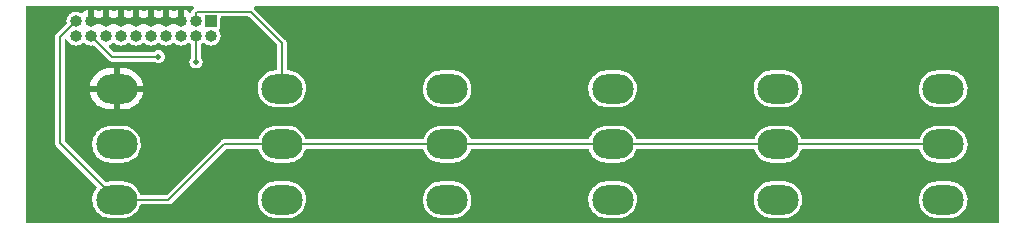
<source format=gtl>
%TF.GenerationSoftware,KiCad,Pcbnew,(6.0.11)*%
%TF.CreationDate,2023-08-12T22:25:01-04:00*%
%TF.ProjectId,FP_SW_rev_21,46505f53-575f-4726-9576-5f32312e6b69,rev?*%
%TF.SameCoordinates,Original*%
%TF.FileFunction,Copper,L1,Top*%
%TF.FilePolarity,Positive*%
%FSLAX46Y46*%
G04 Gerber Fmt 4.6, Leading zero omitted, Abs format (unit mm)*
G04 Created by KiCad (PCBNEW (6.0.11)) date 2023-08-12 22:25:01*
%MOMM*%
%LPD*%
G01*
G04 APERTURE LIST*
%TA.AperFunction,ComponentPad*%
%ADD10R,1.000000X1.000000*%
%TD*%
%TA.AperFunction,ComponentPad*%
%ADD11O,1.000000X1.000000*%
%TD*%
%TA.AperFunction,ComponentPad*%
%ADD12O,3.500000X2.500000*%
%TD*%
%TA.AperFunction,ViaPad*%
%ADD13C,0.500000*%
%TD*%
%TA.AperFunction,Conductor*%
%ADD14C,0.200000*%
%TD*%
G04 APERTURE END LIST*
D10*
%TO.P,J1,1,Pin_1*%
%TO.N,/-20dB_SW__IN*%
X123000000Y-89575000D03*
D11*
%TO.P,J1,2,Pin_2*%
%TO.N,/+20dB_SW__IN*%
X123000000Y-90845000D03*
%TO.P,J1,3,Pin_3*%
%TO.N,/INPUT_HP_SW_IN*%
X121730000Y-89575000D03*
%TO.P,J1,4,Pin_4*%
%TO.N,/WB_SW__IN*%
X121730000Y-90845000D03*
%TO.P,J1,5,Pin_5*%
%TO.N,GND*%
X120460000Y-89575000D03*
%TO.P,J1,6,Pin_6*%
%TO.N,/10Hz_LP_SW__IN*%
X120460000Y-90845000D03*
%TO.P,J1,7,Pin_7*%
%TO.N,GND*%
X119190000Y-89575000D03*
%TO.P,J1,8,Pin_8*%
%TO.N,/10kHz_LP_SW__IN*%
X119190000Y-90845000D03*
%TO.P,J1,9,Pin_9*%
%TO.N,GND*%
X117920000Y-89575000D03*
%TO.P,J1,10,Pin_10*%
%TO.N,/0.1Hz_Fc_SW__IN*%
X117920000Y-90845000D03*
%TO.P,J1,11,Pin_11*%
%TO.N,GND*%
X116650000Y-89575000D03*
%TO.P,J1,12,Pin_12*%
%TO.N,/SETTLE_SW__IN*%
X116650000Y-90845000D03*
%TO.P,J1,13,Pin_13*%
%TO.N,GND*%
X115380000Y-89575000D03*
%TO.P,J1,14,Pin_14*%
%TO.N,/K1_SW__IN*%
X115380000Y-90845000D03*
%TO.P,J1,15,Pin_15*%
%TO.N,GND*%
X114110000Y-89575000D03*
%TO.P,J1,16,Pin_16*%
%TO.N,/K2_SW__IN*%
X114110000Y-90845000D03*
%TO.P,J1,17,Pin_17*%
%TO.N,GND*%
X112840000Y-89575000D03*
%TO.P,J1,18,Pin_18*%
%TO.N,/K3_SW__IN*%
X112840000Y-90845000D03*
%TO.P,J1,19,Pin_19*%
%TO.N,+3V3*%
X111570000Y-89575000D03*
%TO.P,J1,20,Pin_20*%
%TO.N,/K4_SW__IN*%
X111570000Y-90845000D03*
%TD*%
D12*
%TO.P,SW5,1,A*%
%TO.N,/WB_SW__IN*%
X171000000Y-104700000D03*
%TO.P,SW5,2,B*%
%TO.N,+3V3*%
X171000000Y-100000000D03*
%TO.P,SW5,3,C*%
%TO.N,/10Hz_LP_SW__IN*%
X171000000Y-95300000D03*
%TD*%
%TO.P,SW1,1,A*%
%TO.N,+3V3*%
X115000000Y-104700000D03*
%TO.P,SW1,2,B*%
%TO.N,/K1_SW__IN*%
X115000000Y-100000000D03*
%TO.P,SW1,3,C*%
%TO.N,GND*%
X115000000Y-95300000D03*
%TD*%
%TO.P,SW2,1,A*%
%TO.N,/K2_SW__IN*%
X129000000Y-104700000D03*
%TO.P,SW2,2,B*%
%TO.N,+3V3*%
X129000000Y-100000000D03*
%TO.P,SW2,3,C*%
%TO.N,/INPUT_HP_SW_IN*%
X129000000Y-95300000D03*
%TD*%
%TO.P,SW6,1,A*%
%TO.N,/+20dB_SW__IN*%
X185000000Y-104700000D03*
%TO.P,SW6,2,B*%
%TO.N,+3V3*%
X185000000Y-100000000D03*
%TO.P,SW6,3,C*%
%TO.N,/-20dB_SW__IN*%
X185000000Y-95300000D03*
%TD*%
%TO.P,SW3,1,A*%
%TO.N,/K4_SW__IN*%
X143000000Y-104700000D03*
%TO.P,SW3,2,B*%
%TO.N,+3V3*%
X143000000Y-100000000D03*
%TO.P,SW3,3,C*%
%TO.N,/K3_SW__IN*%
X143000000Y-95300000D03*
%TD*%
%TO.P,SW4,1,A*%
%TO.N,/SETTLE_SW__IN*%
X157000000Y-104700000D03*
%TO.P,SW4,2,B*%
%TO.N,+3V3*%
X157000000Y-100000000D03*
%TO.P,SW4,3,C*%
%TO.N,/0.1Hz_Fc_SW__IN*%
X157000000Y-95300000D03*
%TD*%
D13*
%TO.N,GND*%
X122000000Y-105600000D03*
X121000000Y-93700000D03*
X150100000Y-105600000D03*
X176200000Y-105600000D03*
X135900000Y-105600000D03*
%TO.N,/WB_SW__IN*%
X121730000Y-93030000D03*
%TO.N,/K3_SW__IN*%
X118549500Y-92600000D03*
%TD*%
D14*
%TO.N,/WB_SW__IN*%
X121730000Y-93030000D02*
X121730000Y-90845000D01*
%TO.N,/INPUT_HP_SW_IN*%
X121822894Y-88775000D02*
X126375000Y-88775000D01*
X121730000Y-88867894D02*
X121822894Y-88775000D01*
X126375000Y-88775000D02*
X129000000Y-91400000D01*
X129000000Y-91400000D02*
X129000000Y-95300000D01*
X121730000Y-89575000D02*
X121730000Y-88867894D01*
%TO.N,/K3_SW__IN*%
X112840000Y-90845000D02*
X114595000Y-92600000D01*
X114595000Y-92600000D02*
X118549500Y-92600000D01*
%TO.N,+3V3*%
X115000000Y-104700000D02*
X119400000Y-104700000D01*
X129000000Y-100000000D02*
X185000000Y-100000000D01*
X124100000Y-100000000D02*
X129000000Y-100000000D01*
X110200000Y-90945000D02*
X110200000Y-99900000D01*
X119400000Y-104700000D02*
X124100000Y-100000000D01*
X111570000Y-89575000D02*
X110200000Y-90945000D01*
X110200000Y-99900000D02*
X115000000Y-104700000D01*
%TD*%
%TA.AperFunction,Conductor*%
%TO.N,GND*%
G36*
X121494932Y-88320502D02*
G01*
X121541425Y-88374158D01*
X121551529Y-88444432D01*
X121522035Y-88509012D01*
X121515906Y-88515595D01*
X121424516Y-88606985D01*
X121424513Y-88606989D01*
X121401950Y-88629552D01*
X121397446Y-88638392D01*
X121391965Y-88649149D01*
X121381639Y-88666001D01*
X121368704Y-88683804D01*
X121361907Y-88704724D01*
X121354341Y-88722988D01*
X121348856Y-88733753D01*
X121348855Y-88733757D01*
X121344354Y-88742590D01*
X121342803Y-88752382D01*
X121339738Y-88761816D01*
X121338008Y-88761254D01*
X121312692Y-88814665D01*
X121252426Y-88852196D01*
X121181437Y-88851186D01*
X121138335Y-88827892D01*
X121031144Y-88739217D01*
X121020973Y-88732356D01*
X120857924Y-88644196D01*
X120846619Y-88639444D01*
X120731308Y-88603750D01*
X120717205Y-88603544D01*
X120714000Y-88610299D01*
X120714000Y-89703000D01*
X120693998Y-89771121D01*
X120640342Y-89817614D01*
X120588000Y-89829000D01*
X112712000Y-89829000D01*
X112643879Y-89808998D01*
X112597386Y-89755342D01*
X112586000Y-89703000D01*
X112586000Y-89302885D01*
X113094000Y-89302885D01*
X113098475Y-89318124D01*
X113099865Y-89319329D01*
X113107548Y-89321000D01*
X113837885Y-89321000D01*
X113853124Y-89316525D01*
X113854329Y-89315135D01*
X113856000Y-89307452D01*
X113856000Y-89302885D01*
X114364000Y-89302885D01*
X114368475Y-89318124D01*
X114369865Y-89319329D01*
X114377548Y-89321000D01*
X115107885Y-89321000D01*
X115123124Y-89316525D01*
X115124329Y-89315135D01*
X115126000Y-89307452D01*
X115126000Y-89302885D01*
X115634000Y-89302885D01*
X115638475Y-89318124D01*
X115639865Y-89319329D01*
X115647548Y-89321000D01*
X116377885Y-89321000D01*
X116393124Y-89316525D01*
X116394329Y-89315135D01*
X116396000Y-89307452D01*
X116396000Y-89302885D01*
X116904000Y-89302885D01*
X116908475Y-89318124D01*
X116909865Y-89319329D01*
X116917548Y-89321000D01*
X117647885Y-89321000D01*
X117663124Y-89316525D01*
X117664329Y-89315135D01*
X117666000Y-89307452D01*
X117666000Y-89302885D01*
X118174000Y-89302885D01*
X118178475Y-89318124D01*
X118179865Y-89319329D01*
X118187548Y-89321000D01*
X118917885Y-89321000D01*
X118933124Y-89316525D01*
X118934329Y-89315135D01*
X118936000Y-89307452D01*
X118936000Y-89302885D01*
X119444000Y-89302885D01*
X119448475Y-89318124D01*
X119449865Y-89319329D01*
X119457548Y-89321000D01*
X120187885Y-89321000D01*
X120203124Y-89316525D01*
X120204329Y-89315135D01*
X120206000Y-89307452D01*
X120206000Y-88617076D01*
X120202027Y-88603545D01*
X120194232Y-88602425D01*
X120086479Y-88634138D01*
X120075111Y-88638731D01*
X119910846Y-88724607D01*
X119895426Y-88734697D01*
X119894095Y-88732663D01*
X119838357Y-88755653D01*
X119768508Y-88742943D01*
X119754617Y-88734814D01*
X119750971Y-88732355D01*
X119587924Y-88644196D01*
X119576619Y-88639444D01*
X119461308Y-88603750D01*
X119447205Y-88603544D01*
X119444000Y-88610299D01*
X119444000Y-89302885D01*
X118936000Y-89302885D01*
X118936000Y-88617076D01*
X118932027Y-88603545D01*
X118924232Y-88602425D01*
X118816479Y-88634138D01*
X118805111Y-88638731D01*
X118640846Y-88724607D01*
X118625426Y-88734697D01*
X118624095Y-88732663D01*
X118568357Y-88755653D01*
X118498508Y-88742943D01*
X118484617Y-88734814D01*
X118480971Y-88732355D01*
X118317924Y-88644196D01*
X118306619Y-88639444D01*
X118191308Y-88603750D01*
X118177205Y-88603544D01*
X118174000Y-88610299D01*
X118174000Y-89302885D01*
X117666000Y-89302885D01*
X117666000Y-88617076D01*
X117662027Y-88603545D01*
X117654232Y-88602425D01*
X117546479Y-88634138D01*
X117535111Y-88638731D01*
X117370846Y-88724607D01*
X117355426Y-88734697D01*
X117354095Y-88732663D01*
X117298357Y-88755653D01*
X117228508Y-88742943D01*
X117214617Y-88734814D01*
X117210971Y-88732355D01*
X117047924Y-88644196D01*
X117036619Y-88639444D01*
X116921308Y-88603750D01*
X116907205Y-88603544D01*
X116904000Y-88610299D01*
X116904000Y-89302885D01*
X116396000Y-89302885D01*
X116396000Y-88617076D01*
X116392027Y-88603545D01*
X116384232Y-88602425D01*
X116276479Y-88634138D01*
X116265111Y-88638731D01*
X116100846Y-88724607D01*
X116085426Y-88734697D01*
X116084095Y-88732663D01*
X116028357Y-88755653D01*
X115958508Y-88742943D01*
X115944617Y-88734814D01*
X115940971Y-88732355D01*
X115777924Y-88644196D01*
X115766619Y-88639444D01*
X115651308Y-88603750D01*
X115637205Y-88603544D01*
X115634000Y-88610299D01*
X115634000Y-89302885D01*
X115126000Y-89302885D01*
X115126000Y-88617076D01*
X115122027Y-88603545D01*
X115114232Y-88602425D01*
X115006479Y-88634138D01*
X114995111Y-88638731D01*
X114830846Y-88724607D01*
X114815426Y-88734697D01*
X114814095Y-88732663D01*
X114758357Y-88755653D01*
X114688508Y-88742943D01*
X114674617Y-88734814D01*
X114670971Y-88732355D01*
X114507924Y-88644196D01*
X114496619Y-88639444D01*
X114381308Y-88603750D01*
X114367205Y-88603544D01*
X114364000Y-88610299D01*
X114364000Y-89302885D01*
X113856000Y-89302885D01*
X113856000Y-88617076D01*
X113852027Y-88603545D01*
X113844232Y-88602425D01*
X113736479Y-88634138D01*
X113725111Y-88638731D01*
X113560846Y-88724607D01*
X113545426Y-88734697D01*
X113544095Y-88732663D01*
X113488357Y-88755653D01*
X113418508Y-88742943D01*
X113404617Y-88734814D01*
X113400971Y-88732355D01*
X113237924Y-88644196D01*
X113226619Y-88639444D01*
X113111308Y-88603750D01*
X113097205Y-88603544D01*
X113094000Y-88610299D01*
X113094000Y-89302885D01*
X112586000Y-89302885D01*
X112586000Y-88617076D01*
X112582027Y-88603545D01*
X112574232Y-88602425D01*
X112466479Y-88634138D01*
X112455111Y-88638731D01*
X112290846Y-88724607D01*
X112280585Y-88731321D01*
X112136127Y-88847468D01*
X112122963Y-88860359D01*
X112121292Y-88858652D01*
X112070995Y-88892125D01*
X112000007Y-88893262D01*
X111966051Y-88878198D01*
X111923136Y-88850963D01*
X111858345Y-88827892D01*
X111760586Y-88793081D01*
X111760581Y-88793080D01*
X111753951Y-88790719D01*
X111746965Y-88789886D01*
X111746961Y-88789885D01*
X111614662Y-88774110D01*
X111575624Y-88769455D01*
X111568621Y-88770191D01*
X111568620Y-88770191D01*
X111404025Y-88787490D01*
X111404021Y-88787491D01*
X111397017Y-88788227D01*
X111390346Y-88790498D01*
X111233677Y-88843832D01*
X111233674Y-88843833D01*
X111227007Y-88846103D01*
X111221009Y-88849793D01*
X111221007Y-88849794D01*
X111206609Y-88858652D01*
X111074045Y-88940206D01*
X111069014Y-88945132D01*
X111069011Y-88945135D01*
X111006883Y-89005976D01*
X110945732Y-89065859D01*
X110941913Y-89071784D01*
X110941912Y-89071786D01*
X110875073Y-89175500D01*
X110848446Y-89216817D01*
X110787022Y-89385578D01*
X110764514Y-89563753D01*
X110765201Y-89570760D01*
X110765201Y-89570763D01*
X110781056Y-89732465D01*
X110767796Y-89802212D01*
X110744752Y-89833855D01*
X109894516Y-90684091D01*
X109894513Y-90684095D01*
X109871950Y-90706658D01*
X109867446Y-90715498D01*
X109861965Y-90726255D01*
X109851639Y-90743107D01*
X109838704Y-90760910D01*
X109831907Y-90781830D01*
X109824341Y-90800094D01*
X109818856Y-90810859D01*
X109818855Y-90810863D01*
X109814354Y-90819696D01*
X109812803Y-90829487D01*
X109812803Y-90829488D01*
X109810913Y-90841422D01*
X109806297Y-90860647D01*
X109802565Y-90872132D01*
X109802564Y-90872136D01*
X109799500Y-90881567D01*
X109799500Y-99963433D01*
X109802564Y-99972864D01*
X109802565Y-99972868D01*
X109806297Y-99984353D01*
X109810913Y-100003578D01*
X109814354Y-100025304D01*
X109818855Y-100034137D01*
X109818856Y-100034141D01*
X109824341Y-100044906D01*
X109831905Y-100063166D01*
X109838704Y-100084090D01*
X109851639Y-100101893D01*
X109861965Y-100118745D01*
X109871950Y-100138342D01*
X109894513Y-100160905D01*
X109894516Y-100160909D01*
X113287621Y-103554013D01*
X113321647Y-103616325D01*
X113316582Y-103687140D01*
X113295891Y-103723084D01*
X113222666Y-103812230D01*
X113097160Y-104027872D01*
X113007745Y-104260805D01*
X113006712Y-104265751D01*
X113006710Y-104265757D01*
X112999661Y-104299500D01*
X112956722Y-104505039D01*
X112945404Y-104754288D01*
X112974081Y-105002140D01*
X112975460Y-105007011D01*
X112975460Y-105007014D01*
X112991687Y-105064359D01*
X113042017Y-105242219D01*
X113147462Y-105468348D01*
X113287706Y-105674710D01*
X113459138Y-105855994D01*
X113657349Y-106007538D01*
X113877239Y-106125443D01*
X114113152Y-106206674D01*
X114241099Y-106228774D01*
X114355107Y-106248467D01*
X114355113Y-106248468D01*
X114359017Y-106249142D01*
X114362978Y-106249322D01*
X114362979Y-106249322D01*
X114387503Y-106250436D01*
X114387522Y-106250436D01*
X114388922Y-106250500D01*
X115562691Y-106250500D01*
X115565199Y-106250298D01*
X115565204Y-106250298D01*
X115743661Y-106235940D01*
X115743666Y-106235939D01*
X115748702Y-106235534D01*
X115753610Y-106234329D01*
X115753613Y-106234328D01*
X115986092Y-106177225D01*
X115991006Y-106176018D01*
X115995658Y-106174043D01*
X115995662Y-106174042D01*
X116216022Y-106080505D01*
X116216023Y-106080505D01*
X116220677Y-106078529D01*
X116431808Y-105945573D01*
X116529923Y-105859073D01*
X116615168Y-105783920D01*
X116615171Y-105783917D01*
X116618965Y-105780572D01*
X116777334Y-105587770D01*
X116902840Y-105372128D01*
X116976075Y-105181345D01*
X117019161Y-105124917D01*
X117085914Y-105100741D01*
X117093706Y-105100500D01*
X119463433Y-105100500D01*
X119472864Y-105097436D01*
X119472868Y-105097435D01*
X119484353Y-105093703D01*
X119503578Y-105089087D01*
X119515512Y-105087197D01*
X119515513Y-105087197D01*
X119525304Y-105085646D01*
X119534137Y-105081145D01*
X119534141Y-105081144D01*
X119544906Y-105075659D01*
X119563166Y-105068095D01*
X119584090Y-105061296D01*
X119601893Y-105048361D01*
X119618745Y-105038035D01*
X119629502Y-105032554D01*
X119638342Y-105028050D01*
X119660905Y-105005487D01*
X119660909Y-105005484D01*
X119912105Y-104754288D01*
X126945404Y-104754288D01*
X126974081Y-105002140D01*
X126975460Y-105007011D01*
X126975460Y-105007014D01*
X126991687Y-105064359D01*
X127042017Y-105242219D01*
X127147462Y-105468348D01*
X127287706Y-105674710D01*
X127459138Y-105855994D01*
X127657349Y-106007538D01*
X127877239Y-106125443D01*
X128113152Y-106206674D01*
X128241099Y-106228774D01*
X128355107Y-106248467D01*
X128355113Y-106248468D01*
X128359017Y-106249142D01*
X128362978Y-106249322D01*
X128362979Y-106249322D01*
X128387503Y-106250436D01*
X128387522Y-106250436D01*
X128388922Y-106250500D01*
X129562691Y-106250500D01*
X129565199Y-106250298D01*
X129565204Y-106250298D01*
X129743661Y-106235940D01*
X129743666Y-106235939D01*
X129748702Y-106235534D01*
X129753610Y-106234329D01*
X129753613Y-106234328D01*
X129986092Y-106177225D01*
X129991006Y-106176018D01*
X129995658Y-106174043D01*
X129995662Y-106174042D01*
X130216022Y-106080505D01*
X130216023Y-106080505D01*
X130220677Y-106078529D01*
X130431808Y-105945573D01*
X130529923Y-105859073D01*
X130615168Y-105783920D01*
X130615171Y-105783917D01*
X130618965Y-105780572D01*
X130777334Y-105587770D01*
X130902840Y-105372128D01*
X130992255Y-105139195D01*
X131000289Y-105100741D01*
X131042243Y-104899915D01*
X131043278Y-104894961D01*
X131049666Y-104754288D01*
X140945404Y-104754288D01*
X140974081Y-105002140D01*
X140975460Y-105007011D01*
X140975460Y-105007014D01*
X140991687Y-105064359D01*
X141042017Y-105242219D01*
X141147462Y-105468348D01*
X141287706Y-105674710D01*
X141459138Y-105855994D01*
X141657349Y-106007538D01*
X141877239Y-106125443D01*
X142113152Y-106206674D01*
X142241099Y-106228774D01*
X142355107Y-106248467D01*
X142355113Y-106248468D01*
X142359017Y-106249142D01*
X142362978Y-106249322D01*
X142362979Y-106249322D01*
X142387503Y-106250436D01*
X142387522Y-106250436D01*
X142388922Y-106250500D01*
X143562691Y-106250500D01*
X143565199Y-106250298D01*
X143565204Y-106250298D01*
X143743661Y-106235940D01*
X143743666Y-106235939D01*
X143748702Y-106235534D01*
X143753610Y-106234329D01*
X143753613Y-106234328D01*
X143986092Y-106177225D01*
X143991006Y-106176018D01*
X143995658Y-106174043D01*
X143995662Y-106174042D01*
X144216022Y-106080505D01*
X144216023Y-106080505D01*
X144220677Y-106078529D01*
X144431808Y-105945573D01*
X144529923Y-105859073D01*
X144615168Y-105783920D01*
X144615171Y-105783917D01*
X144618965Y-105780572D01*
X144777334Y-105587770D01*
X144902840Y-105372128D01*
X144992255Y-105139195D01*
X145000289Y-105100741D01*
X145042243Y-104899915D01*
X145043278Y-104894961D01*
X145049666Y-104754288D01*
X154945404Y-104754288D01*
X154974081Y-105002140D01*
X154975460Y-105007011D01*
X154975460Y-105007014D01*
X154991687Y-105064359D01*
X155042017Y-105242219D01*
X155147462Y-105468348D01*
X155287706Y-105674710D01*
X155459138Y-105855994D01*
X155657349Y-106007538D01*
X155877239Y-106125443D01*
X156113152Y-106206674D01*
X156241099Y-106228774D01*
X156355107Y-106248467D01*
X156355113Y-106248468D01*
X156359017Y-106249142D01*
X156362978Y-106249322D01*
X156362979Y-106249322D01*
X156387503Y-106250436D01*
X156387522Y-106250436D01*
X156388922Y-106250500D01*
X157562691Y-106250500D01*
X157565199Y-106250298D01*
X157565204Y-106250298D01*
X157743661Y-106235940D01*
X157743666Y-106235939D01*
X157748702Y-106235534D01*
X157753610Y-106234329D01*
X157753613Y-106234328D01*
X157986092Y-106177225D01*
X157991006Y-106176018D01*
X157995658Y-106174043D01*
X157995662Y-106174042D01*
X158216022Y-106080505D01*
X158216023Y-106080505D01*
X158220677Y-106078529D01*
X158431808Y-105945573D01*
X158529923Y-105859073D01*
X158615168Y-105783920D01*
X158615171Y-105783917D01*
X158618965Y-105780572D01*
X158777334Y-105587770D01*
X158902840Y-105372128D01*
X158992255Y-105139195D01*
X159000289Y-105100741D01*
X159042243Y-104899915D01*
X159043278Y-104894961D01*
X159049666Y-104754288D01*
X168945404Y-104754288D01*
X168974081Y-105002140D01*
X168975460Y-105007011D01*
X168975460Y-105007014D01*
X168991687Y-105064359D01*
X169042017Y-105242219D01*
X169147462Y-105468348D01*
X169287706Y-105674710D01*
X169459138Y-105855994D01*
X169657349Y-106007538D01*
X169877239Y-106125443D01*
X170113152Y-106206674D01*
X170241099Y-106228774D01*
X170355107Y-106248467D01*
X170355113Y-106248468D01*
X170359017Y-106249142D01*
X170362978Y-106249322D01*
X170362979Y-106249322D01*
X170387503Y-106250436D01*
X170387522Y-106250436D01*
X170388922Y-106250500D01*
X171562691Y-106250500D01*
X171565199Y-106250298D01*
X171565204Y-106250298D01*
X171743661Y-106235940D01*
X171743666Y-106235939D01*
X171748702Y-106235534D01*
X171753610Y-106234329D01*
X171753613Y-106234328D01*
X171986092Y-106177225D01*
X171991006Y-106176018D01*
X171995658Y-106174043D01*
X171995662Y-106174042D01*
X172216022Y-106080505D01*
X172216023Y-106080505D01*
X172220677Y-106078529D01*
X172431808Y-105945573D01*
X172529923Y-105859073D01*
X172615168Y-105783920D01*
X172615171Y-105783917D01*
X172618965Y-105780572D01*
X172777334Y-105587770D01*
X172902840Y-105372128D01*
X172992255Y-105139195D01*
X173000289Y-105100741D01*
X173042243Y-104899915D01*
X173043278Y-104894961D01*
X173049666Y-104754288D01*
X182945404Y-104754288D01*
X182974081Y-105002140D01*
X182975460Y-105007011D01*
X182975460Y-105007014D01*
X182991687Y-105064359D01*
X183042017Y-105242219D01*
X183147462Y-105468348D01*
X183287706Y-105674710D01*
X183459138Y-105855994D01*
X183657349Y-106007538D01*
X183877239Y-106125443D01*
X184113152Y-106206674D01*
X184241099Y-106228774D01*
X184355107Y-106248467D01*
X184355113Y-106248468D01*
X184359017Y-106249142D01*
X184362978Y-106249322D01*
X184362979Y-106249322D01*
X184387503Y-106250436D01*
X184387522Y-106250436D01*
X184388922Y-106250500D01*
X185562691Y-106250500D01*
X185565199Y-106250298D01*
X185565204Y-106250298D01*
X185743661Y-106235940D01*
X185743666Y-106235939D01*
X185748702Y-106235534D01*
X185753610Y-106234329D01*
X185753613Y-106234328D01*
X185986092Y-106177225D01*
X185991006Y-106176018D01*
X185995658Y-106174043D01*
X185995662Y-106174042D01*
X186216022Y-106080505D01*
X186216023Y-106080505D01*
X186220677Y-106078529D01*
X186431808Y-105945573D01*
X186529923Y-105859073D01*
X186615168Y-105783920D01*
X186615171Y-105783917D01*
X186618965Y-105780572D01*
X186777334Y-105587770D01*
X186902840Y-105372128D01*
X186992255Y-105139195D01*
X187000289Y-105100741D01*
X187042243Y-104899915D01*
X187043278Y-104894961D01*
X187054596Y-104645712D01*
X187025919Y-104397860D01*
X186957983Y-104157781D01*
X186852538Y-103931652D01*
X186712294Y-103725290D01*
X186540862Y-103544006D01*
X186342651Y-103392462D01*
X186122761Y-103274557D01*
X185886848Y-103193326D01*
X185758901Y-103171226D01*
X185644893Y-103151533D01*
X185644887Y-103151532D01*
X185640983Y-103150858D01*
X185637022Y-103150678D01*
X185637021Y-103150678D01*
X185612497Y-103149564D01*
X185612478Y-103149564D01*
X185611078Y-103149500D01*
X184437309Y-103149500D01*
X184434801Y-103149702D01*
X184434796Y-103149702D01*
X184256339Y-103164060D01*
X184256334Y-103164061D01*
X184251298Y-103164466D01*
X184246390Y-103165671D01*
X184246387Y-103165672D01*
X184074325Y-103207935D01*
X184008994Y-103223982D01*
X184004342Y-103225957D01*
X184004338Y-103225958D01*
X183783978Y-103319495D01*
X183779323Y-103321471D01*
X183568192Y-103454427D01*
X183564398Y-103457772D01*
X183384832Y-103616080D01*
X183384829Y-103616083D01*
X183381035Y-103619428D01*
X183222666Y-103812230D01*
X183097160Y-104027872D01*
X183007745Y-104260805D01*
X183006712Y-104265751D01*
X183006710Y-104265757D01*
X182999661Y-104299500D01*
X182956722Y-104505039D01*
X182945404Y-104754288D01*
X173049666Y-104754288D01*
X173054596Y-104645712D01*
X173025919Y-104397860D01*
X172957983Y-104157781D01*
X172852538Y-103931652D01*
X172712294Y-103725290D01*
X172540862Y-103544006D01*
X172342651Y-103392462D01*
X172122761Y-103274557D01*
X171886848Y-103193326D01*
X171758901Y-103171226D01*
X171644893Y-103151533D01*
X171644887Y-103151532D01*
X171640983Y-103150858D01*
X171637022Y-103150678D01*
X171637021Y-103150678D01*
X171612497Y-103149564D01*
X171612478Y-103149564D01*
X171611078Y-103149500D01*
X170437309Y-103149500D01*
X170434801Y-103149702D01*
X170434796Y-103149702D01*
X170256339Y-103164060D01*
X170256334Y-103164061D01*
X170251298Y-103164466D01*
X170246390Y-103165671D01*
X170246387Y-103165672D01*
X170074325Y-103207935D01*
X170008994Y-103223982D01*
X170004342Y-103225957D01*
X170004338Y-103225958D01*
X169783978Y-103319495D01*
X169779323Y-103321471D01*
X169568192Y-103454427D01*
X169564398Y-103457772D01*
X169384832Y-103616080D01*
X169384829Y-103616083D01*
X169381035Y-103619428D01*
X169222666Y-103812230D01*
X169097160Y-104027872D01*
X169007745Y-104260805D01*
X169006712Y-104265751D01*
X169006710Y-104265757D01*
X168999661Y-104299500D01*
X168956722Y-104505039D01*
X168945404Y-104754288D01*
X159049666Y-104754288D01*
X159054596Y-104645712D01*
X159025919Y-104397860D01*
X158957983Y-104157781D01*
X158852538Y-103931652D01*
X158712294Y-103725290D01*
X158540862Y-103544006D01*
X158342651Y-103392462D01*
X158122761Y-103274557D01*
X157886848Y-103193326D01*
X157758901Y-103171226D01*
X157644893Y-103151533D01*
X157644887Y-103151532D01*
X157640983Y-103150858D01*
X157637022Y-103150678D01*
X157637021Y-103150678D01*
X157612497Y-103149564D01*
X157612478Y-103149564D01*
X157611078Y-103149500D01*
X156437309Y-103149500D01*
X156434801Y-103149702D01*
X156434796Y-103149702D01*
X156256339Y-103164060D01*
X156256334Y-103164061D01*
X156251298Y-103164466D01*
X156246390Y-103165671D01*
X156246387Y-103165672D01*
X156074325Y-103207935D01*
X156008994Y-103223982D01*
X156004342Y-103225957D01*
X156004338Y-103225958D01*
X155783978Y-103319495D01*
X155779323Y-103321471D01*
X155568192Y-103454427D01*
X155564398Y-103457772D01*
X155384832Y-103616080D01*
X155384829Y-103616083D01*
X155381035Y-103619428D01*
X155222666Y-103812230D01*
X155097160Y-104027872D01*
X155007745Y-104260805D01*
X155006712Y-104265751D01*
X155006710Y-104265757D01*
X154999661Y-104299500D01*
X154956722Y-104505039D01*
X154945404Y-104754288D01*
X145049666Y-104754288D01*
X145054596Y-104645712D01*
X145025919Y-104397860D01*
X144957983Y-104157781D01*
X144852538Y-103931652D01*
X144712294Y-103725290D01*
X144540862Y-103544006D01*
X144342651Y-103392462D01*
X144122761Y-103274557D01*
X143886848Y-103193326D01*
X143758901Y-103171226D01*
X143644893Y-103151533D01*
X143644887Y-103151532D01*
X143640983Y-103150858D01*
X143637022Y-103150678D01*
X143637021Y-103150678D01*
X143612497Y-103149564D01*
X143612478Y-103149564D01*
X143611078Y-103149500D01*
X142437309Y-103149500D01*
X142434801Y-103149702D01*
X142434796Y-103149702D01*
X142256339Y-103164060D01*
X142256334Y-103164061D01*
X142251298Y-103164466D01*
X142246390Y-103165671D01*
X142246387Y-103165672D01*
X142074325Y-103207935D01*
X142008994Y-103223982D01*
X142004342Y-103225957D01*
X142004338Y-103225958D01*
X141783978Y-103319495D01*
X141779323Y-103321471D01*
X141568192Y-103454427D01*
X141564398Y-103457772D01*
X141384832Y-103616080D01*
X141384829Y-103616083D01*
X141381035Y-103619428D01*
X141222666Y-103812230D01*
X141097160Y-104027872D01*
X141007745Y-104260805D01*
X141006712Y-104265751D01*
X141006710Y-104265757D01*
X140999661Y-104299500D01*
X140956722Y-104505039D01*
X140945404Y-104754288D01*
X131049666Y-104754288D01*
X131054596Y-104645712D01*
X131025919Y-104397860D01*
X130957983Y-104157781D01*
X130852538Y-103931652D01*
X130712294Y-103725290D01*
X130540862Y-103544006D01*
X130342651Y-103392462D01*
X130122761Y-103274557D01*
X129886848Y-103193326D01*
X129758901Y-103171226D01*
X129644893Y-103151533D01*
X129644887Y-103151532D01*
X129640983Y-103150858D01*
X129637022Y-103150678D01*
X129637021Y-103150678D01*
X129612497Y-103149564D01*
X129612478Y-103149564D01*
X129611078Y-103149500D01*
X128437309Y-103149500D01*
X128434801Y-103149702D01*
X128434796Y-103149702D01*
X128256339Y-103164060D01*
X128256334Y-103164061D01*
X128251298Y-103164466D01*
X128246390Y-103165671D01*
X128246387Y-103165672D01*
X128074325Y-103207935D01*
X128008994Y-103223982D01*
X128004342Y-103225957D01*
X128004338Y-103225958D01*
X127783978Y-103319495D01*
X127779323Y-103321471D01*
X127568192Y-103454427D01*
X127564398Y-103457772D01*
X127384832Y-103616080D01*
X127384829Y-103616083D01*
X127381035Y-103619428D01*
X127222666Y-103812230D01*
X127097160Y-104027872D01*
X127007745Y-104260805D01*
X127006712Y-104265751D01*
X127006710Y-104265757D01*
X126999661Y-104299500D01*
X126956722Y-104505039D01*
X126945404Y-104754288D01*
X119912105Y-104754288D01*
X124228988Y-100437405D01*
X124291300Y-100403379D01*
X124318083Y-100400500D01*
X126906622Y-100400500D01*
X126974743Y-100420502D01*
X127021236Y-100474158D01*
X127027857Y-100492180D01*
X127042017Y-100542219D01*
X127147462Y-100768348D01*
X127287706Y-100974710D01*
X127459138Y-101155994D01*
X127657349Y-101307538D01*
X127877239Y-101425443D01*
X128113152Y-101506674D01*
X128241099Y-101528774D01*
X128355107Y-101548467D01*
X128355113Y-101548468D01*
X128359017Y-101549142D01*
X128362978Y-101549322D01*
X128362979Y-101549322D01*
X128387503Y-101550436D01*
X128387522Y-101550436D01*
X128388922Y-101550500D01*
X129562691Y-101550500D01*
X129565199Y-101550298D01*
X129565204Y-101550298D01*
X129743661Y-101535940D01*
X129743666Y-101535939D01*
X129748702Y-101535534D01*
X129753610Y-101534329D01*
X129753613Y-101534328D01*
X129986092Y-101477225D01*
X129991006Y-101476018D01*
X129995658Y-101474043D01*
X129995662Y-101474042D01*
X130216022Y-101380505D01*
X130216023Y-101380505D01*
X130220677Y-101378529D01*
X130431808Y-101245573D01*
X130529923Y-101159073D01*
X130615168Y-101083920D01*
X130615171Y-101083917D01*
X130618965Y-101080572D01*
X130777334Y-100887770D01*
X130902840Y-100672128D01*
X130976075Y-100481345D01*
X131019161Y-100424917D01*
X131085914Y-100400741D01*
X131093706Y-100400500D01*
X140906622Y-100400500D01*
X140974743Y-100420502D01*
X141021236Y-100474158D01*
X141027857Y-100492180D01*
X141042017Y-100542219D01*
X141147462Y-100768348D01*
X141287706Y-100974710D01*
X141459138Y-101155994D01*
X141657349Y-101307538D01*
X141877239Y-101425443D01*
X142113152Y-101506674D01*
X142241099Y-101528774D01*
X142355107Y-101548467D01*
X142355113Y-101548468D01*
X142359017Y-101549142D01*
X142362978Y-101549322D01*
X142362979Y-101549322D01*
X142387503Y-101550436D01*
X142387522Y-101550436D01*
X142388922Y-101550500D01*
X143562691Y-101550500D01*
X143565199Y-101550298D01*
X143565204Y-101550298D01*
X143743661Y-101535940D01*
X143743666Y-101535939D01*
X143748702Y-101535534D01*
X143753610Y-101534329D01*
X143753613Y-101534328D01*
X143986092Y-101477225D01*
X143991006Y-101476018D01*
X143995658Y-101474043D01*
X143995662Y-101474042D01*
X144216022Y-101380505D01*
X144216023Y-101380505D01*
X144220677Y-101378529D01*
X144431808Y-101245573D01*
X144529923Y-101159073D01*
X144615168Y-101083920D01*
X144615171Y-101083917D01*
X144618965Y-101080572D01*
X144777334Y-100887770D01*
X144902840Y-100672128D01*
X144976075Y-100481345D01*
X145019161Y-100424917D01*
X145085914Y-100400741D01*
X145093706Y-100400500D01*
X154906622Y-100400500D01*
X154974743Y-100420502D01*
X155021236Y-100474158D01*
X155027857Y-100492180D01*
X155042017Y-100542219D01*
X155147462Y-100768348D01*
X155287706Y-100974710D01*
X155459138Y-101155994D01*
X155657349Y-101307538D01*
X155877239Y-101425443D01*
X156113152Y-101506674D01*
X156241099Y-101528774D01*
X156355107Y-101548467D01*
X156355113Y-101548468D01*
X156359017Y-101549142D01*
X156362978Y-101549322D01*
X156362979Y-101549322D01*
X156387503Y-101550436D01*
X156387522Y-101550436D01*
X156388922Y-101550500D01*
X157562691Y-101550500D01*
X157565199Y-101550298D01*
X157565204Y-101550298D01*
X157743661Y-101535940D01*
X157743666Y-101535939D01*
X157748702Y-101535534D01*
X157753610Y-101534329D01*
X157753613Y-101534328D01*
X157986092Y-101477225D01*
X157991006Y-101476018D01*
X157995658Y-101474043D01*
X157995662Y-101474042D01*
X158216022Y-101380505D01*
X158216023Y-101380505D01*
X158220677Y-101378529D01*
X158431808Y-101245573D01*
X158529923Y-101159073D01*
X158615168Y-101083920D01*
X158615171Y-101083917D01*
X158618965Y-101080572D01*
X158777334Y-100887770D01*
X158902840Y-100672128D01*
X158976075Y-100481345D01*
X159019161Y-100424917D01*
X159085914Y-100400741D01*
X159093706Y-100400500D01*
X168906622Y-100400500D01*
X168974743Y-100420502D01*
X169021236Y-100474158D01*
X169027857Y-100492180D01*
X169042017Y-100542219D01*
X169147462Y-100768348D01*
X169287706Y-100974710D01*
X169459138Y-101155994D01*
X169657349Y-101307538D01*
X169877239Y-101425443D01*
X170113152Y-101506674D01*
X170241099Y-101528774D01*
X170355107Y-101548467D01*
X170355113Y-101548468D01*
X170359017Y-101549142D01*
X170362978Y-101549322D01*
X170362979Y-101549322D01*
X170387503Y-101550436D01*
X170387522Y-101550436D01*
X170388922Y-101550500D01*
X171562691Y-101550500D01*
X171565199Y-101550298D01*
X171565204Y-101550298D01*
X171743661Y-101535940D01*
X171743666Y-101535939D01*
X171748702Y-101535534D01*
X171753610Y-101534329D01*
X171753613Y-101534328D01*
X171986092Y-101477225D01*
X171991006Y-101476018D01*
X171995658Y-101474043D01*
X171995662Y-101474042D01*
X172216022Y-101380505D01*
X172216023Y-101380505D01*
X172220677Y-101378529D01*
X172431808Y-101245573D01*
X172529923Y-101159073D01*
X172615168Y-101083920D01*
X172615171Y-101083917D01*
X172618965Y-101080572D01*
X172777334Y-100887770D01*
X172902840Y-100672128D01*
X172976075Y-100481345D01*
X173019161Y-100424917D01*
X173085914Y-100400741D01*
X173093706Y-100400500D01*
X182906622Y-100400500D01*
X182974743Y-100420502D01*
X183021236Y-100474158D01*
X183027857Y-100492180D01*
X183042017Y-100542219D01*
X183147462Y-100768348D01*
X183287706Y-100974710D01*
X183459138Y-101155994D01*
X183657349Y-101307538D01*
X183877239Y-101425443D01*
X184113152Y-101506674D01*
X184241099Y-101528774D01*
X184355107Y-101548467D01*
X184355113Y-101548468D01*
X184359017Y-101549142D01*
X184362978Y-101549322D01*
X184362979Y-101549322D01*
X184387503Y-101550436D01*
X184387522Y-101550436D01*
X184388922Y-101550500D01*
X185562691Y-101550500D01*
X185565199Y-101550298D01*
X185565204Y-101550298D01*
X185743661Y-101535940D01*
X185743666Y-101535939D01*
X185748702Y-101535534D01*
X185753610Y-101534329D01*
X185753613Y-101534328D01*
X185986092Y-101477225D01*
X185991006Y-101476018D01*
X185995658Y-101474043D01*
X185995662Y-101474042D01*
X186216022Y-101380505D01*
X186216023Y-101380505D01*
X186220677Y-101378529D01*
X186431808Y-101245573D01*
X186529923Y-101159073D01*
X186615168Y-101083920D01*
X186615171Y-101083917D01*
X186618965Y-101080572D01*
X186777334Y-100887770D01*
X186902840Y-100672128D01*
X186992255Y-100439195D01*
X186996161Y-100420502D01*
X187042243Y-100199915D01*
X187043278Y-100194961D01*
X187044825Y-100160909D01*
X187050092Y-100044906D01*
X187054596Y-99945712D01*
X187025919Y-99697860D01*
X187017313Y-99667445D01*
X186959360Y-99462648D01*
X186957983Y-99457781D01*
X186852538Y-99231652D01*
X186712294Y-99025290D01*
X186540862Y-98844006D01*
X186342651Y-98692462D01*
X186122761Y-98574557D01*
X185886848Y-98493326D01*
X185758901Y-98471226D01*
X185644893Y-98451533D01*
X185644887Y-98451532D01*
X185640983Y-98450858D01*
X185637022Y-98450678D01*
X185637021Y-98450678D01*
X185612497Y-98449564D01*
X185612478Y-98449564D01*
X185611078Y-98449500D01*
X184437309Y-98449500D01*
X184434801Y-98449702D01*
X184434796Y-98449702D01*
X184256339Y-98464060D01*
X184256334Y-98464061D01*
X184251298Y-98464466D01*
X184246390Y-98465671D01*
X184246387Y-98465672D01*
X184016392Y-98522165D01*
X184008994Y-98523982D01*
X184004342Y-98525957D01*
X184004338Y-98525958D01*
X183783978Y-98619495D01*
X183779323Y-98621471D01*
X183568192Y-98754427D01*
X183564398Y-98757772D01*
X183384832Y-98916080D01*
X183384829Y-98916083D01*
X183381035Y-98919428D01*
X183222666Y-99112230D01*
X183097160Y-99327872D01*
X183095347Y-99332595D01*
X183095346Y-99332597D01*
X183023925Y-99518655D01*
X182980839Y-99575083D01*
X182914086Y-99599259D01*
X182906294Y-99599500D01*
X173093378Y-99599500D01*
X173025257Y-99579498D01*
X172978764Y-99525842D01*
X172972143Y-99507820D01*
X172957983Y-99457781D01*
X172852538Y-99231652D01*
X172712294Y-99025290D01*
X172540862Y-98844006D01*
X172342651Y-98692462D01*
X172122761Y-98574557D01*
X171886848Y-98493326D01*
X171758901Y-98471226D01*
X171644893Y-98451533D01*
X171644887Y-98451532D01*
X171640983Y-98450858D01*
X171637022Y-98450678D01*
X171637021Y-98450678D01*
X171612497Y-98449564D01*
X171612478Y-98449564D01*
X171611078Y-98449500D01*
X170437309Y-98449500D01*
X170434801Y-98449702D01*
X170434796Y-98449702D01*
X170256339Y-98464060D01*
X170256334Y-98464061D01*
X170251298Y-98464466D01*
X170246390Y-98465671D01*
X170246387Y-98465672D01*
X170016392Y-98522165D01*
X170008994Y-98523982D01*
X170004342Y-98525957D01*
X170004338Y-98525958D01*
X169783978Y-98619495D01*
X169779323Y-98621471D01*
X169568192Y-98754427D01*
X169564398Y-98757772D01*
X169384832Y-98916080D01*
X169384829Y-98916083D01*
X169381035Y-98919428D01*
X169222666Y-99112230D01*
X169097160Y-99327872D01*
X169095347Y-99332595D01*
X169095346Y-99332597D01*
X169023925Y-99518655D01*
X168980839Y-99575083D01*
X168914086Y-99599259D01*
X168906294Y-99599500D01*
X159093378Y-99599500D01*
X159025257Y-99579498D01*
X158978764Y-99525842D01*
X158972143Y-99507820D01*
X158957983Y-99457781D01*
X158852538Y-99231652D01*
X158712294Y-99025290D01*
X158540862Y-98844006D01*
X158342651Y-98692462D01*
X158122761Y-98574557D01*
X157886848Y-98493326D01*
X157758901Y-98471226D01*
X157644893Y-98451533D01*
X157644887Y-98451532D01*
X157640983Y-98450858D01*
X157637022Y-98450678D01*
X157637021Y-98450678D01*
X157612497Y-98449564D01*
X157612478Y-98449564D01*
X157611078Y-98449500D01*
X156437309Y-98449500D01*
X156434801Y-98449702D01*
X156434796Y-98449702D01*
X156256339Y-98464060D01*
X156256334Y-98464061D01*
X156251298Y-98464466D01*
X156246390Y-98465671D01*
X156246387Y-98465672D01*
X156016392Y-98522165D01*
X156008994Y-98523982D01*
X156004342Y-98525957D01*
X156004338Y-98525958D01*
X155783978Y-98619495D01*
X155779323Y-98621471D01*
X155568192Y-98754427D01*
X155564398Y-98757772D01*
X155384832Y-98916080D01*
X155384829Y-98916083D01*
X155381035Y-98919428D01*
X155222666Y-99112230D01*
X155097160Y-99327872D01*
X155095347Y-99332595D01*
X155095346Y-99332597D01*
X155023925Y-99518655D01*
X154980839Y-99575083D01*
X154914086Y-99599259D01*
X154906294Y-99599500D01*
X145093378Y-99599500D01*
X145025257Y-99579498D01*
X144978764Y-99525842D01*
X144972143Y-99507820D01*
X144957983Y-99457781D01*
X144852538Y-99231652D01*
X144712294Y-99025290D01*
X144540862Y-98844006D01*
X144342651Y-98692462D01*
X144122761Y-98574557D01*
X143886848Y-98493326D01*
X143758901Y-98471226D01*
X143644893Y-98451533D01*
X143644887Y-98451532D01*
X143640983Y-98450858D01*
X143637022Y-98450678D01*
X143637021Y-98450678D01*
X143612497Y-98449564D01*
X143612478Y-98449564D01*
X143611078Y-98449500D01*
X142437309Y-98449500D01*
X142434801Y-98449702D01*
X142434796Y-98449702D01*
X142256339Y-98464060D01*
X142256334Y-98464061D01*
X142251298Y-98464466D01*
X142246390Y-98465671D01*
X142246387Y-98465672D01*
X142016392Y-98522165D01*
X142008994Y-98523982D01*
X142004342Y-98525957D01*
X142004338Y-98525958D01*
X141783978Y-98619495D01*
X141779323Y-98621471D01*
X141568192Y-98754427D01*
X141564398Y-98757772D01*
X141384832Y-98916080D01*
X141384829Y-98916083D01*
X141381035Y-98919428D01*
X141222666Y-99112230D01*
X141097160Y-99327872D01*
X141095347Y-99332595D01*
X141095346Y-99332597D01*
X141023925Y-99518655D01*
X140980839Y-99575083D01*
X140914086Y-99599259D01*
X140906294Y-99599500D01*
X131093378Y-99599500D01*
X131025257Y-99579498D01*
X130978764Y-99525842D01*
X130972143Y-99507820D01*
X130957983Y-99457781D01*
X130852538Y-99231652D01*
X130712294Y-99025290D01*
X130540862Y-98844006D01*
X130342651Y-98692462D01*
X130122761Y-98574557D01*
X129886848Y-98493326D01*
X129758901Y-98471226D01*
X129644893Y-98451533D01*
X129644887Y-98451532D01*
X129640983Y-98450858D01*
X129637022Y-98450678D01*
X129637021Y-98450678D01*
X129612497Y-98449564D01*
X129612478Y-98449564D01*
X129611078Y-98449500D01*
X128437309Y-98449500D01*
X128434801Y-98449702D01*
X128434796Y-98449702D01*
X128256339Y-98464060D01*
X128256334Y-98464061D01*
X128251298Y-98464466D01*
X128246390Y-98465671D01*
X128246387Y-98465672D01*
X128016392Y-98522165D01*
X128008994Y-98523982D01*
X128004342Y-98525957D01*
X128004338Y-98525958D01*
X127783978Y-98619495D01*
X127779323Y-98621471D01*
X127568192Y-98754427D01*
X127564398Y-98757772D01*
X127384832Y-98916080D01*
X127384829Y-98916083D01*
X127381035Y-98919428D01*
X127222666Y-99112230D01*
X127097160Y-99327872D01*
X127095347Y-99332595D01*
X127095346Y-99332597D01*
X127023925Y-99518655D01*
X126980839Y-99575083D01*
X126914086Y-99599259D01*
X126906294Y-99599500D01*
X124036567Y-99599500D01*
X124027136Y-99602564D01*
X124027132Y-99602565D01*
X124015647Y-99606297D01*
X123996422Y-99610913D01*
X123984488Y-99612803D01*
X123984487Y-99612803D01*
X123974696Y-99614354D01*
X123965863Y-99618855D01*
X123965859Y-99618856D01*
X123955092Y-99624342D01*
X123936832Y-99631906D01*
X123915911Y-99638704D01*
X123907888Y-99644533D01*
X123898113Y-99651635D01*
X123881258Y-99661963D01*
X123870499Y-99667445D01*
X123870497Y-99667446D01*
X123861658Y-99671950D01*
X123839095Y-99694513D01*
X123839091Y-99694516D01*
X119271012Y-104262595D01*
X119208700Y-104296621D01*
X119181917Y-104299500D01*
X117093378Y-104299500D01*
X117025257Y-104279498D01*
X116978764Y-104225842D01*
X116972143Y-104207820D01*
X116957983Y-104157781D01*
X116852538Y-103931652D01*
X116712294Y-103725290D01*
X116540862Y-103544006D01*
X116342651Y-103392462D01*
X116122761Y-103274557D01*
X115886848Y-103193326D01*
X115758901Y-103171226D01*
X115644893Y-103151533D01*
X115644887Y-103151532D01*
X115640983Y-103150858D01*
X115637022Y-103150678D01*
X115637021Y-103150678D01*
X115612497Y-103149564D01*
X115612478Y-103149564D01*
X115611078Y-103149500D01*
X114437309Y-103149500D01*
X114434801Y-103149702D01*
X114434796Y-103149702D01*
X114376484Y-103154394D01*
X114251298Y-103164466D01*
X114246382Y-103165674D01*
X114246379Y-103165674D01*
X114214628Y-103173473D01*
X114143273Y-103191000D01*
X114072350Y-103187825D01*
X114024124Y-103157732D01*
X110920681Y-100054288D01*
X112945404Y-100054288D01*
X112945985Y-100059308D01*
X112945985Y-100059312D01*
X112947761Y-100074661D01*
X112974081Y-100302140D01*
X113042017Y-100542219D01*
X113147462Y-100768348D01*
X113287706Y-100974710D01*
X113459138Y-101155994D01*
X113657349Y-101307538D01*
X113877239Y-101425443D01*
X114113152Y-101506674D01*
X114241099Y-101528774D01*
X114355107Y-101548467D01*
X114355113Y-101548468D01*
X114359017Y-101549142D01*
X114362978Y-101549322D01*
X114362979Y-101549322D01*
X114387503Y-101550436D01*
X114387522Y-101550436D01*
X114388922Y-101550500D01*
X115562691Y-101550500D01*
X115565199Y-101550298D01*
X115565204Y-101550298D01*
X115743661Y-101535940D01*
X115743666Y-101535939D01*
X115748702Y-101535534D01*
X115753610Y-101534329D01*
X115753613Y-101534328D01*
X115986092Y-101477225D01*
X115991006Y-101476018D01*
X115995658Y-101474043D01*
X115995662Y-101474042D01*
X116216022Y-101380505D01*
X116216023Y-101380505D01*
X116220677Y-101378529D01*
X116431808Y-101245573D01*
X116529923Y-101159073D01*
X116615168Y-101083920D01*
X116615171Y-101083917D01*
X116618965Y-101080572D01*
X116777334Y-100887770D01*
X116902840Y-100672128D01*
X116992255Y-100439195D01*
X116996161Y-100420502D01*
X117042243Y-100199915D01*
X117043278Y-100194961D01*
X117044825Y-100160909D01*
X117050092Y-100044906D01*
X117054596Y-99945712D01*
X117025919Y-99697860D01*
X117017313Y-99667445D01*
X116959360Y-99462648D01*
X116957983Y-99457781D01*
X116852538Y-99231652D01*
X116712294Y-99025290D01*
X116540862Y-98844006D01*
X116342651Y-98692462D01*
X116122761Y-98574557D01*
X115886848Y-98493326D01*
X115758901Y-98471226D01*
X115644893Y-98451533D01*
X115644887Y-98451532D01*
X115640983Y-98450858D01*
X115637022Y-98450678D01*
X115637021Y-98450678D01*
X115612497Y-98449564D01*
X115612478Y-98449564D01*
X115611078Y-98449500D01*
X114437309Y-98449500D01*
X114434801Y-98449702D01*
X114434796Y-98449702D01*
X114256339Y-98464060D01*
X114256334Y-98464061D01*
X114251298Y-98464466D01*
X114246390Y-98465671D01*
X114246387Y-98465672D01*
X114016392Y-98522165D01*
X114008994Y-98523982D01*
X114004342Y-98525957D01*
X114004338Y-98525958D01*
X113783978Y-98619495D01*
X113779323Y-98621471D01*
X113568192Y-98754427D01*
X113564398Y-98757772D01*
X113384832Y-98916080D01*
X113384829Y-98916083D01*
X113381035Y-98919428D01*
X113222666Y-99112230D01*
X113097160Y-99327872D01*
X113007745Y-99560805D01*
X113006712Y-99565751D01*
X113006710Y-99565757D01*
X112983060Y-99678967D01*
X112956722Y-99805039D01*
X112945404Y-100054288D01*
X110920681Y-100054288D01*
X110637405Y-99771012D01*
X110603379Y-99708700D01*
X110600500Y-99681917D01*
X110600500Y-95571710D01*
X112762689Y-95571710D01*
X112774964Y-95661904D01*
X112776902Y-95671022D01*
X112847404Y-95912902D01*
X112850667Y-95921633D01*
X112956151Y-96150442D01*
X112960670Y-96158594D01*
X113098808Y-96369291D01*
X113104491Y-96376696D01*
X113272249Y-96564654D01*
X113278965Y-96571139D01*
X113472666Y-96732239D01*
X113480258Y-96737654D01*
X113695646Y-96868354D01*
X113703963Y-96872592D01*
X113936299Y-96970019D01*
X113945149Y-96972980D01*
X114189331Y-97034994D01*
X114198528Y-97036616D01*
X114407753Y-97057684D01*
X114414045Y-97058000D01*
X114727885Y-97058000D01*
X114743124Y-97053525D01*
X114744329Y-97052135D01*
X114746000Y-97044452D01*
X114746000Y-97039885D01*
X115254000Y-97039885D01*
X115258475Y-97055124D01*
X115259865Y-97056329D01*
X115267548Y-97058000D01*
X115563998Y-97058000D01*
X115568673Y-97057827D01*
X115755926Y-97043912D01*
X115765132Y-97042536D01*
X116010874Y-96986929D01*
X116019785Y-96984205D01*
X116254608Y-96892888D01*
X116263017Y-96888877D01*
X116481760Y-96763854D01*
X116489486Y-96758643D01*
X116687350Y-96602659D01*
X116694218Y-96596366D01*
X116866848Y-96412856D01*
X116872722Y-96405602D01*
X117016327Y-96198597D01*
X117021060Y-96190562D01*
X117132495Y-95964593D01*
X117135983Y-95955960D01*
X117212793Y-95716006D01*
X117214973Y-95706924D01*
X117236967Y-95571880D01*
X117235271Y-95558286D01*
X117221161Y-95554000D01*
X115272115Y-95554000D01*
X115256876Y-95558475D01*
X115255671Y-95559865D01*
X115254000Y-95567548D01*
X115254000Y-97039885D01*
X114746000Y-97039885D01*
X114746000Y-95572115D01*
X114741525Y-95556876D01*
X114740135Y-95555671D01*
X114732452Y-95554000D01*
X112778394Y-95554000D01*
X112764710Y-95558018D01*
X112762689Y-95571710D01*
X110600500Y-95571710D01*
X110600500Y-95028120D01*
X112763033Y-95028120D01*
X112764729Y-95041714D01*
X112778839Y-95046000D01*
X114727885Y-95046000D01*
X114743124Y-95041525D01*
X114744329Y-95040135D01*
X114746000Y-95032452D01*
X114746000Y-95027885D01*
X115254000Y-95027885D01*
X115258475Y-95043124D01*
X115259865Y-95044329D01*
X115267548Y-95046000D01*
X117221606Y-95046000D01*
X117235290Y-95041982D01*
X117237311Y-95028290D01*
X117225036Y-94938096D01*
X117223098Y-94928978D01*
X117152596Y-94687098D01*
X117149333Y-94678367D01*
X117043849Y-94449558D01*
X117039330Y-94441406D01*
X116901192Y-94230709D01*
X116895509Y-94223304D01*
X116727751Y-94035346D01*
X116721035Y-94028861D01*
X116527334Y-93867761D01*
X116519742Y-93862346D01*
X116304354Y-93731646D01*
X116296037Y-93727408D01*
X116063701Y-93629981D01*
X116054851Y-93627020D01*
X115810669Y-93565006D01*
X115801472Y-93563384D01*
X115592247Y-93542316D01*
X115585955Y-93542000D01*
X115272115Y-93542000D01*
X115256876Y-93546475D01*
X115255671Y-93547865D01*
X115254000Y-93555548D01*
X115254000Y-95027885D01*
X114746000Y-95027885D01*
X114746000Y-93560115D01*
X114741525Y-93544876D01*
X114740135Y-93543671D01*
X114732452Y-93542000D01*
X114436002Y-93542000D01*
X114431327Y-93542173D01*
X114244074Y-93556088D01*
X114234868Y-93557464D01*
X113989126Y-93613071D01*
X113980215Y-93615795D01*
X113745392Y-93707112D01*
X113736983Y-93711123D01*
X113518240Y-93836146D01*
X113510514Y-93841357D01*
X113312650Y-93997341D01*
X113305782Y-94003634D01*
X113133152Y-94187144D01*
X113127278Y-94194398D01*
X112983673Y-94401403D01*
X112978940Y-94409438D01*
X112867505Y-94635407D01*
X112864017Y-94644040D01*
X112787207Y-94883994D01*
X112785027Y-94893076D01*
X112763033Y-95028120D01*
X110600500Y-95028120D01*
X110600500Y-91238537D01*
X110620502Y-91170416D01*
X110674158Y-91123923D01*
X110744432Y-91113819D01*
X110809012Y-91143313D01*
X110838681Y-91182760D01*
X110838726Y-91182896D01*
X110842377Y-91188924D01*
X110919123Y-91315647D01*
X110931759Y-91336512D01*
X111056514Y-91465699D01*
X111206789Y-91564036D01*
X111375116Y-91626636D01*
X111382097Y-91627567D01*
X111382099Y-91627568D01*
X111546149Y-91649457D01*
X111546153Y-91649457D01*
X111553130Y-91650388D01*
X111560142Y-91649750D01*
X111560146Y-91649750D01*
X111724960Y-91634751D01*
X111724961Y-91634751D01*
X111731981Y-91634112D01*
X111902782Y-91578615D01*
X111923119Y-91566492D01*
X112050992Y-91490265D01*
X112050995Y-91490263D01*
X112057044Y-91486657D01*
X112084374Y-91460631D01*
X112117354Y-91429225D01*
X112180479Y-91396733D01*
X112251150Y-91403527D01*
X112294882Y-91432944D01*
X112326514Y-91465699D01*
X112476789Y-91564036D01*
X112645116Y-91626636D01*
X112652097Y-91627567D01*
X112652099Y-91627568D01*
X112816149Y-91649457D01*
X112816153Y-91649457D01*
X112823130Y-91650388D01*
X112830142Y-91649750D01*
X112830146Y-91649750D01*
X112998874Y-91634395D01*
X113068527Y-91648141D01*
X113099388Y-91670781D01*
X114334091Y-92905484D01*
X114334095Y-92905487D01*
X114356658Y-92928050D01*
X114365497Y-92932554D01*
X114365499Y-92932555D01*
X114376258Y-92938037D01*
X114393114Y-92948365D01*
X114410911Y-92961296D01*
X114431832Y-92968094D01*
X114450092Y-92975658D01*
X114460859Y-92981144D01*
X114460863Y-92981145D01*
X114469696Y-92985646D01*
X114479487Y-92987197D01*
X114479488Y-92987197D01*
X114491422Y-92989087D01*
X114510647Y-92993703D01*
X114522132Y-92997435D01*
X114522136Y-92997436D01*
X114531567Y-93000500D01*
X118124376Y-93000500D01*
X118192497Y-93020502D01*
X118201080Y-93026538D01*
X118271875Y-93080861D01*
X118405791Y-93136330D01*
X118549500Y-93155250D01*
X118693209Y-93136330D01*
X118827125Y-93080861D01*
X118942121Y-92992621D01*
X119030361Y-92877625D01*
X119085830Y-92743709D01*
X119104750Y-92600000D01*
X119085830Y-92456291D01*
X119030361Y-92322375D01*
X118942121Y-92207379D01*
X118827125Y-92119139D01*
X118693209Y-92063670D01*
X118549500Y-92044750D01*
X118405791Y-92063670D01*
X118271875Y-92119139D01*
X118215242Y-92162595D01*
X118201080Y-92173462D01*
X118134860Y-92199063D01*
X118124376Y-92199500D01*
X114813083Y-92199500D01*
X114744962Y-92179498D01*
X114723988Y-92162595D01*
X114359650Y-91798257D01*
X114325624Y-91735945D01*
X114330689Y-91665130D01*
X114373236Y-91608294D01*
X114409805Y-91589330D01*
X114442782Y-91578615D01*
X114463119Y-91566492D01*
X114590992Y-91490265D01*
X114590995Y-91490263D01*
X114597044Y-91486657D01*
X114624374Y-91460631D01*
X114657354Y-91429225D01*
X114720479Y-91396733D01*
X114791150Y-91403527D01*
X114834882Y-91432944D01*
X114866514Y-91465699D01*
X115016789Y-91564036D01*
X115185116Y-91626636D01*
X115192097Y-91627567D01*
X115192099Y-91627568D01*
X115356149Y-91649457D01*
X115356153Y-91649457D01*
X115363130Y-91650388D01*
X115370142Y-91649750D01*
X115370146Y-91649750D01*
X115534960Y-91634751D01*
X115534961Y-91634751D01*
X115541981Y-91634112D01*
X115712782Y-91578615D01*
X115733119Y-91566492D01*
X115860992Y-91490265D01*
X115860995Y-91490263D01*
X115867044Y-91486657D01*
X115894374Y-91460631D01*
X115927354Y-91429225D01*
X115990479Y-91396733D01*
X116061150Y-91403527D01*
X116104882Y-91432944D01*
X116136514Y-91465699D01*
X116286789Y-91564036D01*
X116455116Y-91626636D01*
X116462097Y-91627567D01*
X116462099Y-91627568D01*
X116626149Y-91649457D01*
X116626153Y-91649457D01*
X116633130Y-91650388D01*
X116640142Y-91649750D01*
X116640146Y-91649750D01*
X116804960Y-91634751D01*
X116804961Y-91634751D01*
X116811981Y-91634112D01*
X116982782Y-91578615D01*
X117003119Y-91566492D01*
X117130992Y-91490265D01*
X117130995Y-91490263D01*
X117137044Y-91486657D01*
X117164374Y-91460631D01*
X117197354Y-91429225D01*
X117260479Y-91396733D01*
X117331150Y-91403527D01*
X117374882Y-91432944D01*
X117406514Y-91465699D01*
X117556789Y-91564036D01*
X117725116Y-91626636D01*
X117732097Y-91627567D01*
X117732099Y-91627568D01*
X117896149Y-91649457D01*
X117896153Y-91649457D01*
X117903130Y-91650388D01*
X117910142Y-91649750D01*
X117910146Y-91649750D01*
X118074960Y-91634751D01*
X118074961Y-91634751D01*
X118081981Y-91634112D01*
X118252782Y-91578615D01*
X118273119Y-91566492D01*
X118400992Y-91490265D01*
X118400995Y-91490263D01*
X118407044Y-91486657D01*
X118434374Y-91460631D01*
X118467354Y-91429225D01*
X118530479Y-91396733D01*
X118601150Y-91403527D01*
X118644882Y-91432944D01*
X118676514Y-91465699D01*
X118826789Y-91564036D01*
X118995116Y-91626636D01*
X119002097Y-91627567D01*
X119002099Y-91627568D01*
X119166149Y-91649457D01*
X119166153Y-91649457D01*
X119173130Y-91650388D01*
X119180142Y-91649750D01*
X119180146Y-91649750D01*
X119344960Y-91634751D01*
X119344961Y-91634751D01*
X119351981Y-91634112D01*
X119522782Y-91578615D01*
X119543119Y-91566492D01*
X119670992Y-91490265D01*
X119670995Y-91490263D01*
X119677044Y-91486657D01*
X119704374Y-91460631D01*
X119737354Y-91429225D01*
X119800479Y-91396733D01*
X119871150Y-91403527D01*
X119914882Y-91432944D01*
X119946514Y-91465699D01*
X120096789Y-91564036D01*
X120265116Y-91626636D01*
X120272097Y-91627567D01*
X120272099Y-91627568D01*
X120436149Y-91649457D01*
X120436153Y-91649457D01*
X120443130Y-91650388D01*
X120450142Y-91649750D01*
X120450146Y-91649750D01*
X120614960Y-91634751D01*
X120614961Y-91634751D01*
X120621981Y-91634112D01*
X120792782Y-91578615D01*
X120813119Y-91566492D01*
X120940992Y-91490265D01*
X120940995Y-91490263D01*
X120947044Y-91486657D01*
X120974374Y-91460631D01*
X121007354Y-91429225D01*
X121070479Y-91396733D01*
X121141150Y-91403527D01*
X121184882Y-91432944D01*
X121216514Y-91465699D01*
X121222410Y-91469557D01*
X121222411Y-91469558D01*
X121272493Y-91502331D01*
X121318542Y-91556369D01*
X121329500Y-91607763D01*
X121329500Y-92604876D01*
X121309498Y-92672997D01*
X121303462Y-92681580D01*
X121249139Y-92752375D01*
X121193670Y-92886291D01*
X121174750Y-93030000D01*
X121193670Y-93173709D01*
X121249139Y-93307625D01*
X121337379Y-93422621D01*
X121452375Y-93510861D01*
X121586291Y-93566330D01*
X121730000Y-93585250D01*
X121873709Y-93566330D01*
X122007625Y-93510861D01*
X122122621Y-93422621D01*
X122210861Y-93307625D01*
X122266330Y-93173709D01*
X122285250Y-93030000D01*
X122266330Y-92886291D01*
X122210861Y-92752375D01*
X122156538Y-92681580D01*
X122130937Y-92615360D01*
X122130500Y-92604876D01*
X122130500Y-91609825D01*
X122150502Y-91541704D01*
X122191982Y-91501597D01*
X122207949Y-91492079D01*
X122210995Y-91490263D01*
X122210996Y-91490262D01*
X122217044Y-91486657D01*
X122244374Y-91460631D01*
X122277354Y-91429225D01*
X122340479Y-91396733D01*
X122411150Y-91403527D01*
X122454882Y-91432944D01*
X122486514Y-91465699D01*
X122636789Y-91564036D01*
X122805116Y-91626636D01*
X122812097Y-91627567D01*
X122812099Y-91627568D01*
X122976149Y-91649457D01*
X122976153Y-91649457D01*
X122983130Y-91650388D01*
X122990142Y-91649750D01*
X122990146Y-91649750D01*
X123154960Y-91634751D01*
X123154961Y-91634751D01*
X123161981Y-91634112D01*
X123332782Y-91578615D01*
X123353119Y-91566492D01*
X123480992Y-91490265D01*
X123480995Y-91490263D01*
X123487044Y-91486657D01*
X123617099Y-91362807D01*
X123627944Y-91346485D01*
X123681511Y-91265859D01*
X123716483Y-91213222D01*
X123732712Y-91170499D01*
X123777757Y-91051919D01*
X123777758Y-91051914D01*
X123780257Y-91045336D01*
X123805251Y-90867493D01*
X123805565Y-90845000D01*
X123785546Y-90666528D01*
X123726485Y-90496927D01*
X123693689Y-90444442D01*
X123674553Y-90376074D01*
X123695418Y-90308213D01*
X123711370Y-90288655D01*
X123744023Y-90255945D01*
X123752241Y-90247713D01*
X123775237Y-90195699D01*
X123793675Y-90153992D01*
X123797506Y-90145327D01*
X123800500Y-90119646D01*
X123800500Y-89301500D01*
X123820502Y-89233379D01*
X123874158Y-89186886D01*
X123926500Y-89175500D01*
X126156917Y-89175500D01*
X126225038Y-89195502D01*
X126246012Y-89212405D01*
X128562595Y-91528988D01*
X128596621Y-91591300D01*
X128599500Y-91618083D01*
X128599500Y-93623500D01*
X128579498Y-93691621D01*
X128525842Y-93738114D01*
X128473500Y-93749500D01*
X128437309Y-93749500D01*
X128434801Y-93749702D01*
X128434796Y-93749702D01*
X128256339Y-93764060D01*
X128256334Y-93764061D01*
X128251298Y-93764466D01*
X128246390Y-93765671D01*
X128246387Y-93765672D01*
X128016392Y-93822165D01*
X128008994Y-93823982D01*
X128004342Y-93825957D01*
X128004338Y-93825958D01*
X127783978Y-93919495D01*
X127779323Y-93921471D01*
X127568192Y-94054427D01*
X127564398Y-94057772D01*
X127384832Y-94216080D01*
X127384829Y-94216083D01*
X127381035Y-94219428D01*
X127222666Y-94412230D01*
X127097160Y-94627872D01*
X127095347Y-94632595D01*
X127095346Y-94632597D01*
X127077777Y-94678367D01*
X127007745Y-94860805D01*
X127006712Y-94865751D01*
X127006710Y-94865757D01*
X127001003Y-94893076D01*
X126956722Y-95105039D01*
X126945404Y-95354288D01*
X126974081Y-95602140D01*
X127042017Y-95842219D01*
X127147462Y-96068348D01*
X127287706Y-96274710D01*
X127459138Y-96455994D01*
X127463164Y-96459072D01*
X127463165Y-96459073D01*
X127653323Y-96604460D01*
X127657349Y-96607538D01*
X127877239Y-96725443D01*
X128113152Y-96806674D01*
X128241099Y-96828774D01*
X128355107Y-96848467D01*
X128355113Y-96848468D01*
X128359017Y-96849142D01*
X128362978Y-96849322D01*
X128362979Y-96849322D01*
X128387503Y-96850436D01*
X128387522Y-96850436D01*
X128388922Y-96850500D01*
X129562691Y-96850500D01*
X129565199Y-96850298D01*
X129565204Y-96850298D01*
X129743661Y-96835940D01*
X129743666Y-96835939D01*
X129748702Y-96835534D01*
X129753610Y-96834329D01*
X129753613Y-96834328D01*
X129986092Y-96777225D01*
X129991006Y-96776018D01*
X129995658Y-96774043D01*
X129995662Y-96774042D01*
X130216022Y-96680505D01*
X130216023Y-96680505D01*
X130220677Y-96678529D01*
X130431808Y-96545573D01*
X130529923Y-96459073D01*
X130615168Y-96383920D01*
X130615171Y-96383917D01*
X130618965Y-96380572D01*
X130777334Y-96187770D01*
X130902840Y-95972128D01*
X130905733Y-95964593D01*
X130990443Y-95743915D01*
X130992255Y-95739195D01*
X130997100Y-95716006D01*
X131042243Y-95499915D01*
X131043278Y-95494961D01*
X131049666Y-95354288D01*
X140945404Y-95354288D01*
X140974081Y-95602140D01*
X141042017Y-95842219D01*
X141147462Y-96068348D01*
X141287706Y-96274710D01*
X141459138Y-96455994D01*
X141463164Y-96459072D01*
X141463165Y-96459073D01*
X141653323Y-96604460D01*
X141657349Y-96607538D01*
X141877239Y-96725443D01*
X142113152Y-96806674D01*
X142241099Y-96828774D01*
X142355107Y-96848467D01*
X142355113Y-96848468D01*
X142359017Y-96849142D01*
X142362978Y-96849322D01*
X142362979Y-96849322D01*
X142387503Y-96850436D01*
X142387522Y-96850436D01*
X142388922Y-96850500D01*
X143562691Y-96850500D01*
X143565199Y-96850298D01*
X143565204Y-96850298D01*
X143743661Y-96835940D01*
X143743666Y-96835939D01*
X143748702Y-96835534D01*
X143753610Y-96834329D01*
X143753613Y-96834328D01*
X143986092Y-96777225D01*
X143991006Y-96776018D01*
X143995658Y-96774043D01*
X143995662Y-96774042D01*
X144216022Y-96680505D01*
X144216023Y-96680505D01*
X144220677Y-96678529D01*
X144431808Y-96545573D01*
X144529923Y-96459073D01*
X144615168Y-96383920D01*
X144615171Y-96383917D01*
X144618965Y-96380572D01*
X144777334Y-96187770D01*
X144902840Y-95972128D01*
X144905733Y-95964593D01*
X144990443Y-95743915D01*
X144992255Y-95739195D01*
X144997100Y-95716006D01*
X145042243Y-95499915D01*
X145043278Y-95494961D01*
X145049666Y-95354288D01*
X154945404Y-95354288D01*
X154974081Y-95602140D01*
X155042017Y-95842219D01*
X155147462Y-96068348D01*
X155287706Y-96274710D01*
X155459138Y-96455994D01*
X155463164Y-96459072D01*
X155463165Y-96459073D01*
X155653323Y-96604460D01*
X155657349Y-96607538D01*
X155877239Y-96725443D01*
X156113152Y-96806674D01*
X156241099Y-96828774D01*
X156355107Y-96848467D01*
X156355113Y-96848468D01*
X156359017Y-96849142D01*
X156362978Y-96849322D01*
X156362979Y-96849322D01*
X156387503Y-96850436D01*
X156387522Y-96850436D01*
X156388922Y-96850500D01*
X157562691Y-96850500D01*
X157565199Y-96850298D01*
X157565204Y-96850298D01*
X157743661Y-96835940D01*
X157743666Y-96835939D01*
X157748702Y-96835534D01*
X157753610Y-96834329D01*
X157753613Y-96834328D01*
X157986092Y-96777225D01*
X157991006Y-96776018D01*
X157995658Y-96774043D01*
X157995662Y-96774042D01*
X158216022Y-96680505D01*
X158216023Y-96680505D01*
X158220677Y-96678529D01*
X158431808Y-96545573D01*
X158529923Y-96459073D01*
X158615168Y-96383920D01*
X158615171Y-96383917D01*
X158618965Y-96380572D01*
X158777334Y-96187770D01*
X158902840Y-95972128D01*
X158905733Y-95964593D01*
X158990443Y-95743915D01*
X158992255Y-95739195D01*
X158997100Y-95716006D01*
X159042243Y-95499915D01*
X159043278Y-95494961D01*
X159049666Y-95354288D01*
X168945404Y-95354288D01*
X168974081Y-95602140D01*
X169042017Y-95842219D01*
X169147462Y-96068348D01*
X169287706Y-96274710D01*
X169459138Y-96455994D01*
X169463164Y-96459072D01*
X169463165Y-96459073D01*
X169653323Y-96604460D01*
X169657349Y-96607538D01*
X169877239Y-96725443D01*
X170113152Y-96806674D01*
X170241099Y-96828774D01*
X170355107Y-96848467D01*
X170355113Y-96848468D01*
X170359017Y-96849142D01*
X170362978Y-96849322D01*
X170362979Y-96849322D01*
X170387503Y-96850436D01*
X170387522Y-96850436D01*
X170388922Y-96850500D01*
X171562691Y-96850500D01*
X171565199Y-96850298D01*
X171565204Y-96850298D01*
X171743661Y-96835940D01*
X171743666Y-96835939D01*
X171748702Y-96835534D01*
X171753610Y-96834329D01*
X171753613Y-96834328D01*
X171986092Y-96777225D01*
X171991006Y-96776018D01*
X171995658Y-96774043D01*
X171995662Y-96774042D01*
X172216022Y-96680505D01*
X172216023Y-96680505D01*
X172220677Y-96678529D01*
X172431808Y-96545573D01*
X172529923Y-96459073D01*
X172615168Y-96383920D01*
X172615171Y-96383917D01*
X172618965Y-96380572D01*
X172777334Y-96187770D01*
X172902840Y-95972128D01*
X172905733Y-95964593D01*
X172990443Y-95743915D01*
X172992255Y-95739195D01*
X172997100Y-95716006D01*
X173042243Y-95499915D01*
X173043278Y-95494961D01*
X173049666Y-95354288D01*
X182945404Y-95354288D01*
X182974081Y-95602140D01*
X183042017Y-95842219D01*
X183147462Y-96068348D01*
X183287706Y-96274710D01*
X183459138Y-96455994D01*
X183463164Y-96459072D01*
X183463165Y-96459073D01*
X183653323Y-96604460D01*
X183657349Y-96607538D01*
X183877239Y-96725443D01*
X184113152Y-96806674D01*
X184241099Y-96828774D01*
X184355107Y-96848467D01*
X184355113Y-96848468D01*
X184359017Y-96849142D01*
X184362978Y-96849322D01*
X184362979Y-96849322D01*
X184387503Y-96850436D01*
X184387522Y-96850436D01*
X184388922Y-96850500D01*
X185562691Y-96850500D01*
X185565199Y-96850298D01*
X185565204Y-96850298D01*
X185743661Y-96835940D01*
X185743666Y-96835939D01*
X185748702Y-96835534D01*
X185753610Y-96834329D01*
X185753613Y-96834328D01*
X185986092Y-96777225D01*
X185991006Y-96776018D01*
X185995658Y-96774043D01*
X185995662Y-96774042D01*
X186216022Y-96680505D01*
X186216023Y-96680505D01*
X186220677Y-96678529D01*
X186431808Y-96545573D01*
X186529923Y-96459073D01*
X186615168Y-96383920D01*
X186615171Y-96383917D01*
X186618965Y-96380572D01*
X186777334Y-96187770D01*
X186902840Y-95972128D01*
X186905733Y-95964593D01*
X186990443Y-95743915D01*
X186992255Y-95739195D01*
X186997100Y-95716006D01*
X187042243Y-95499915D01*
X187043278Y-95494961D01*
X187054596Y-95245712D01*
X187025919Y-94997860D01*
X186957983Y-94757781D01*
X186852538Y-94531652D01*
X186712294Y-94325290D01*
X186540862Y-94144006D01*
X186349033Y-93997341D01*
X186346677Y-93995540D01*
X186346676Y-93995539D01*
X186342651Y-93992462D01*
X186122761Y-93874557D01*
X185886848Y-93793326D01*
X185758901Y-93771226D01*
X185644893Y-93751533D01*
X185644887Y-93751532D01*
X185640983Y-93750858D01*
X185637022Y-93750678D01*
X185637021Y-93750678D01*
X185612497Y-93749564D01*
X185612478Y-93749564D01*
X185611078Y-93749500D01*
X184437309Y-93749500D01*
X184434801Y-93749702D01*
X184434796Y-93749702D01*
X184256339Y-93764060D01*
X184256334Y-93764061D01*
X184251298Y-93764466D01*
X184246390Y-93765671D01*
X184246387Y-93765672D01*
X184016392Y-93822165D01*
X184008994Y-93823982D01*
X184004342Y-93825957D01*
X184004338Y-93825958D01*
X183783978Y-93919495D01*
X183779323Y-93921471D01*
X183568192Y-94054427D01*
X183564398Y-94057772D01*
X183384832Y-94216080D01*
X183384829Y-94216083D01*
X183381035Y-94219428D01*
X183222666Y-94412230D01*
X183097160Y-94627872D01*
X183095347Y-94632595D01*
X183095346Y-94632597D01*
X183077777Y-94678367D01*
X183007745Y-94860805D01*
X183006712Y-94865751D01*
X183006710Y-94865757D01*
X183001003Y-94893076D01*
X182956722Y-95105039D01*
X182945404Y-95354288D01*
X173049666Y-95354288D01*
X173054596Y-95245712D01*
X173025919Y-94997860D01*
X172957983Y-94757781D01*
X172852538Y-94531652D01*
X172712294Y-94325290D01*
X172540862Y-94144006D01*
X172349033Y-93997341D01*
X172346677Y-93995540D01*
X172346676Y-93995539D01*
X172342651Y-93992462D01*
X172122761Y-93874557D01*
X171886848Y-93793326D01*
X171758901Y-93771226D01*
X171644893Y-93751533D01*
X171644887Y-93751532D01*
X171640983Y-93750858D01*
X171637022Y-93750678D01*
X171637021Y-93750678D01*
X171612497Y-93749564D01*
X171612478Y-93749564D01*
X171611078Y-93749500D01*
X170437309Y-93749500D01*
X170434801Y-93749702D01*
X170434796Y-93749702D01*
X170256339Y-93764060D01*
X170256334Y-93764061D01*
X170251298Y-93764466D01*
X170246390Y-93765671D01*
X170246387Y-93765672D01*
X170016392Y-93822165D01*
X170008994Y-93823982D01*
X170004342Y-93825957D01*
X170004338Y-93825958D01*
X169783978Y-93919495D01*
X169779323Y-93921471D01*
X169568192Y-94054427D01*
X169564398Y-94057772D01*
X169384832Y-94216080D01*
X169384829Y-94216083D01*
X169381035Y-94219428D01*
X169222666Y-94412230D01*
X169097160Y-94627872D01*
X169095347Y-94632595D01*
X169095346Y-94632597D01*
X169077777Y-94678367D01*
X169007745Y-94860805D01*
X169006712Y-94865751D01*
X169006710Y-94865757D01*
X169001003Y-94893076D01*
X168956722Y-95105039D01*
X168945404Y-95354288D01*
X159049666Y-95354288D01*
X159054596Y-95245712D01*
X159025919Y-94997860D01*
X158957983Y-94757781D01*
X158852538Y-94531652D01*
X158712294Y-94325290D01*
X158540862Y-94144006D01*
X158349033Y-93997341D01*
X158346677Y-93995540D01*
X158346676Y-93995539D01*
X158342651Y-93992462D01*
X158122761Y-93874557D01*
X157886848Y-93793326D01*
X157758901Y-93771226D01*
X157644893Y-93751533D01*
X157644887Y-93751532D01*
X157640983Y-93750858D01*
X157637022Y-93750678D01*
X157637021Y-93750678D01*
X157612497Y-93749564D01*
X157612478Y-93749564D01*
X157611078Y-93749500D01*
X156437309Y-93749500D01*
X156434801Y-93749702D01*
X156434796Y-93749702D01*
X156256339Y-93764060D01*
X156256334Y-93764061D01*
X156251298Y-93764466D01*
X156246390Y-93765671D01*
X156246387Y-93765672D01*
X156016392Y-93822165D01*
X156008994Y-93823982D01*
X156004342Y-93825957D01*
X156004338Y-93825958D01*
X155783978Y-93919495D01*
X155779323Y-93921471D01*
X155568192Y-94054427D01*
X155564398Y-94057772D01*
X155384832Y-94216080D01*
X155384829Y-94216083D01*
X155381035Y-94219428D01*
X155222666Y-94412230D01*
X155097160Y-94627872D01*
X155095347Y-94632595D01*
X155095346Y-94632597D01*
X155077777Y-94678367D01*
X155007745Y-94860805D01*
X155006712Y-94865751D01*
X155006710Y-94865757D01*
X155001003Y-94893076D01*
X154956722Y-95105039D01*
X154945404Y-95354288D01*
X145049666Y-95354288D01*
X145054596Y-95245712D01*
X145025919Y-94997860D01*
X144957983Y-94757781D01*
X144852538Y-94531652D01*
X144712294Y-94325290D01*
X144540862Y-94144006D01*
X144349033Y-93997341D01*
X144346677Y-93995540D01*
X144346676Y-93995539D01*
X144342651Y-93992462D01*
X144122761Y-93874557D01*
X143886848Y-93793326D01*
X143758901Y-93771226D01*
X143644893Y-93751533D01*
X143644887Y-93751532D01*
X143640983Y-93750858D01*
X143637022Y-93750678D01*
X143637021Y-93750678D01*
X143612497Y-93749564D01*
X143612478Y-93749564D01*
X143611078Y-93749500D01*
X142437309Y-93749500D01*
X142434801Y-93749702D01*
X142434796Y-93749702D01*
X142256339Y-93764060D01*
X142256334Y-93764061D01*
X142251298Y-93764466D01*
X142246390Y-93765671D01*
X142246387Y-93765672D01*
X142016392Y-93822165D01*
X142008994Y-93823982D01*
X142004342Y-93825957D01*
X142004338Y-93825958D01*
X141783978Y-93919495D01*
X141779323Y-93921471D01*
X141568192Y-94054427D01*
X141564398Y-94057772D01*
X141384832Y-94216080D01*
X141384829Y-94216083D01*
X141381035Y-94219428D01*
X141222666Y-94412230D01*
X141097160Y-94627872D01*
X141095347Y-94632595D01*
X141095346Y-94632597D01*
X141077777Y-94678367D01*
X141007745Y-94860805D01*
X141006712Y-94865751D01*
X141006710Y-94865757D01*
X141001003Y-94893076D01*
X140956722Y-95105039D01*
X140945404Y-95354288D01*
X131049666Y-95354288D01*
X131054596Y-95245712D01*
X131025919Y-94997860D01*
X130957983Y-94757781D01*
X130852538Y-94531652D01*
X130712294Y-94325290D01*
X130540862Y-94144006D01*
X130349033Y-93997341D01*
X130346677Y-93995540D01*
X130346676Y-93995539D01*
X130342651Y-93992462D01*
X130122761Y-93874557D01*
X129886848Y-93793326D01*
X129758901Y-93771226D01*
X129644893Y-93751533D01*
X129644887Y-93751532D01*
X129640983Y-93750858D01*
X129637022Y-93750678D01*
X129637021Y-93750678D01*
X129612497Y-93749564D01*
X129612478Y-93749564D01*
X129611078Y-93749500D01*
X129526500Y-93749500D01*
X129458379Y-93729498D01*
X129411886Y-93675842D01*
X129400500Y-93623500D01*
X129400500Y-91336567D01*
X129397436Y-91327136D01*
X129397435Y-91327132D01*
X129393703Y-91315647D01*
X129389087Y-91296422D01*
X129387197Y-91284488D01*
X129387197Y-91284487D01*
X129385646Y-91274696D01*
X129381145Y-91265863D01*
X129381144Y-91265859D01*
X129375658Y-91255092D01*
X129368092Y-91236828D01*
X129364360Y-91225342D01*
X129361296Y-91215911D01*
X129348365Y-91198113D01*
X129338037Y-91181258D01*
X129332555Y-91170499D01*
X129332554Y-91170497D01*
X129328050Y-91161658D01*
X129305487Y-91139095D01*
X129305484Y-91139091D01*
X126681988Y-88515595D01*
X126647962Y-88453283D01*
X126653027Y-88382468D01*
X126695574Y-88325632D01*
X126762094Y-88300821D01*
X126771083Y-88300500D01*
X189573500Y-88300500D01*
X189641621Y-88320502D01*
X189688114Y-88374158D01*
X189699500Y-88426500D01*
X189699500Y-106573500D01*
X189679498Y-106641621D01*
X189625842Y-106688114D01*
X189573500Y-106699500D01*
X107426500Y-106699500D01*
X107358379Y-106679498D01*
X107311886Y-106625842D01*
X107300500Y-106573500D01*
X107300500Y-88426500D01*
X107320502Y-88358379D01*
X107374158Y-88311886D01*
X107426500Y-88300500D01*
X121426811Y-88300500D01*
X121494932Y-88320502D01*
G37*
%TD.AperFunction*%
%TD*%
M02*

</source>
